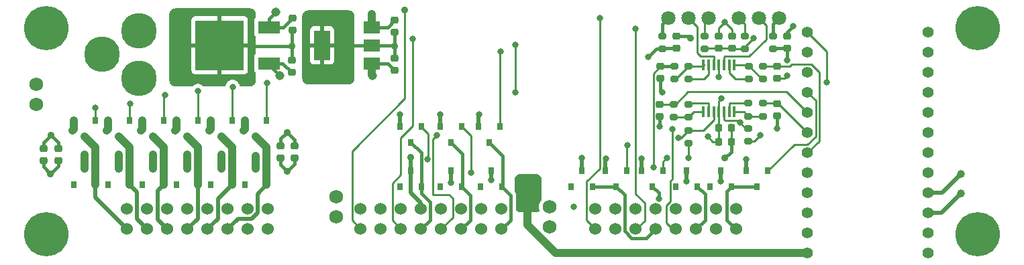
<source format=gbr>
%TF.GenerationSoftware,KiCad,Pcbnew,(6.0.10)*%
%TF.CreationDate,2023-01-12T16:12:03-05:00*%
%TF.ProjectId,power_mini_evolver,706f7765-725f-46d6-996e-695f65766f6c,rev?*%
%TF.SameCoordinates,Original*%
%TF.FileFunction,Copper,L1,Top*%
%TF.FilePolarity,Positive*%
%FSLAX46Y46*%
G04 Gerber Fmt 4.6, Leading zero omitted, Abs format (unit mm)*
G04 Created by KiCad (PCBNEW (6.0.10)) date 2023-01-12 16:12:03*
%MOMM*%
%LPD*%
G01*
G04 APERTURE LIST*
G04 Aperture macros list*
%AMRoundRect*
0 Rectangle with rounded corners*
0 $1 Rounding radius*
0 $2 $3 $4 $5 $6 $7 $8 $9 X,Y pos of 4 corners*
0 Add a 4 corners polygon primitive as box body*
4,1,4,$2,$3,$4,$5,$6,$7,$8,$9,$2,$3,0*
0 Add four circle primitives for the rounded corners*
1,1,$1+$1,$2,$3*
1,1,$1+$1,$4,$5*
1,1,$1+$1,$6,$7*
1,1,$1+$1,$8,$9*
0 Add four rect primitives between the rounded corners*
20,1,$1+$1,$2,$3,$4,$5,0*
20,1,$1+$1,$4,$5,$6,$7,0*
20,1,$1+$1,$6,$7,$8,$9,0*
20,1,$1+$1,$8,$9,$2,$3,0*%
G04 Aperture macros list end*
%TA.AperFunction,SMDPad,CuDef*%
%ADD10R,0.800000X0.900000*%
%TD*%
%TA.AperFunction,ComponentPad*%
%ADD11C,4.500000*%
%TD*%
%TA.AperFunction,ComponentPad*%
%ADD12C,1.000000*%
%TD*%
%TA.AperFunction,SMDPad,CuDef*%
%ADD13RoundRect,0.225000X-0.250000X0.225000X-0.250000X-0.225000X0.250000X-0.225000X0.250000X0.225000X0*%
%TD*%
%TA.AperFunction,SMDPad,CuDef*%
%ADD14RoundRect,0.225000X0.225000X0.250000X-0.225000X0.250000X-0.225000X-0.250000X0.225000X-0.250000X0*%
%TD*%
%TA.AperFunction,ComponentPad*%
%ADD15C,1.800000*%
%TD*%
%TA.AperFunction,SMDPad,CuDef*%
%ADD16RoundRect,0.200000X-0.275000X0.200000X-0.275000X-0.200000X0.275000X-0.200000X0.275000X0.200000X0*%
%TD*%
%TA.AperFunction,SMDPad,CuDef*%
%ADD17RoundRect,0.200000X0.275000X-0.200000X0.275000X0.200000X-0.275000X0.200000X-0.275000X-0.200000X0*%
%TD*%
%TA.AperFunction,ComponentPad*%
%ADD18C,5.600000*%
%TD*%
%TA.AperFunction,ComponentPad*%
%ADD19C,1.750000*%
%TD*%
%TA.AperFunction,SMDPad,CuDef*%
%ADD20R,2.800000X1.500000*%
%TD*%
%TA.AperFunction,SMDPad,CuDef*%
%ADD21R,6.100000X6.300000*%
%TD*%
%TA.AperFunction,ComponentPad*%
%ADD22C,1.397000*%
%TD*%
%TA.AperFunction,SMDPad,CuDef*%
%ADD23R,2.000000X1.500000*%
%TD*%
%TA.AperFunction,SMDPad,CuDef*%
%ADD24R,2.000000X3.800000*%
%TD*%
%TA.AperFunction,SMDPad,CuDef*%
%ADD25RoundRect,0.225000X0.250000X-0.225000X0.250000X0.225000X-0.250000X0.225000X-0.250000X-0.225000X0*%
%TD*%
%TA.AperFunction,SMDPad,CuDef*%
%ADD26RoundRect,0.225000X-0.225000X-0.250000X0.225000X-0.250000X0.225000X0.250000X-0.225000X0.250000X0*%
%TD*%
%TA.AperFunction,SMDPad,CuDef*%
%ADD27R,0.450000X1.450000*%
%TD*%
%TA.AperFunction,ComponentPad*%
%ADD28C,1.524000*%
%TD*%
%TA.AperFunction,ViaPad*%
%ADD29C,1.143000*%
%TD*%
%TA.AperFunction,ViaPad*%
%ADD30C,0.889000*%
%TD*%
%TA.AperFunction,ViaPad*%
%ADD31C,0.800000*%
%TD*%
%TA.AperFunction,Conductor*%
%ADD32C,1.016000*%
%TD*%
%TA.AperFunction,Conductor*%
%ADD33C,0.508000*%
%TD*%
%TA.AperFunction,Conductor*%
%ADD34C,0.381000*%
%TD*%
%TA.AperFunction,Conductor*%
%ADD35C,0.250000*%
%TD*%
G04 APERTURE END LIST*
D10*
%TO.P,D10,1,K*%
%TO.N,+12V*%
X110998000Y-100346000D03*
%TO.P,D10,2,A*%
%TO.N,/P-4*%
X112348000Y-102346000D03*
%TO.P,D10,3*%
%TO.N,N/C*%
X109648000Y-102346000D03*
%TD*%
%TO.P,D9,1,K*%
%TO.N,+5V*%
X134874000Y-100600000D03*
%TO.P,D9,2,A*%
%TO.N,/LED-0*%
X136224000Y-102600000D03*
%TO.P,D9,3*%
%TO.N,N/C*%
X133524000Y-102600000D03*
%TD*%
%TO.P,D8,1,K*%
%TO.N,+12V*%
X169672000Y-100600000D03*
%TO.P,D8,2,A*%
%TO.N,/HTR-1*%
X171022000Y-102600000D03*
%TO.P,D8,3*%
%TO.N,N/C*%
X168322000Y-102600000D03*
%TD*%
%TO.P,D7,1,K*%
%TO.N,+12V*%
X106680000Y-100346000D03*
%TO.P,D7,2,A*%
%TO.N,/P-3*%
X108030000Y-102346000D03*
%TO.P,D7,3*%
%TO.N,N/C*%
X105330000Y-102346000D03*
%TD*%
%TO.P,D6,1,K*%
%TO.N,+12V*%
X139954000Y-100600000D03*
%TO.P,D6,2,A*%
%TO.N,/HTR-0*%
X141304000Y-102600000D03*
%TO.P,D6,3*%
%TO.N,N/C*%
X138604000Y-102600000D03*
%TD*%
%TO.P,D4,1,K*%
%TO.N,+12V*%
X173990000Y-100600000D03*
%TO.P,D4,2,A*%
%TO.N,/FAN-1*%
X175340000Y-102600000D03*
%TO.P,D4,3*%
%TO.N,N/C*%
X172640000Y-102600000D03*
%TD*%
%TO.P,D3,1,K*%
%TO.N,+12V*%
X98044000Y-100346000D03*
%TO.P,D3,2,A*%
%TO.N,/P-1*%
X99394000Y-102346000D03*
%TO.P,D3,3*%
%TO.N,N/C*%
X96694000Y-102346000D03*
%TD*%
%TO.P,D2,1,K*%
%TO.N,+12V*%
X93726000Y-100346000D03*
%TO.P,D2,2,A*%
%TO.N,/P-0*%
X95076000Y-102346000D03*
%TO.P,D2,3*%
%TO.N,N/C*%
X92376000Y-102346000D03*
%TD*%
%TO.P,D1,1,K*%
%TO.N,+12V*%
X145034000Y-100600000D03*
%TO.P,D1,2,A*%
%TO.N,/FAN-0*%
X146384000Y-102600000D03*
%TO.P,D1,3*%
%TO.N,N/C*%
X143684000Y-102600000D03*
%TD*%
D11*
%TO.P,CON1,1*%
%TO.N,+12V*%
X100584000Y-88852000D03*
%TO.P,CON1,2*%
%TO.N,GND*%
X100584000Y-82852000D03*
%TO.P,CON1,3*%
X95884000Y-85852000D03*
%TD*%
D12*
%TO.P,C15,1*%
%TO.N,Net-(C15-Pad1)*%
X204292200Y-103459600D03*
%TO.P,C15,2*%
%TO.N,GND*%
X204292200Y-100959600D03*
%TD*%
D13*
%TO.P,C14,1*%
%TO.N,+5V*%
X119913400Y-81267000D03*
%TO.P,C14,2*%
%TO.N,GND*%
X119913400Y-82817000D03*
%TD*%
%TO.P,C7,1*%
%TO.N,/A3*%
X166370000Y-87363000D03*
%TO.P,C7,2*%
%TO.N,GND*%
X166370000Y-88913000D03*
%TD*%
%TO.P,C6,1*%
%TO.N,/A2*%
X181102000Y-87363000D03*
%TO.P,C6,2*%
%TO.N,GND*%
X181102000Y-88913000D03*
%TD*%
%TO.P,C5,1*%
%TO.N,+12V*%
X118414800Y-97396000D03*
%TO.P,C5,2*%
%TO.N,GND*%
X118414800Y-98946000D03*
%TD*%
%TO.P,C3,1*%
%TO.N,/A1*%
X181102000Y-92062000D03*
%TO.P,C3,2*%
%TO.N,GND*%
X181102000Y-93612000D03*
%TD*%
D14*
%TO.P,C1,1*%
%TO.N,GND*%
X175273000Y-96901000D03*
%TO.P,C1,2*%
%TO.N,+3V3*%
X173723000Y-96901000D03*
%TD*%
D10*
%TO.P,Q4,1,G*%
%TO.N,/13*%
X179912000Y-100600000D03*
%TO.P,Q4,2,S*%
%TO.N,GND*%
X177212000Y-100600000D03*
%TO.P,Q4,3,D*%
%TO.N,/FAN-1*%
X178562000Y-102600000D03*
%TD*%
D15*
%TO.P,JP1,1,A*%
%TO.N,/OD90-0*%
X181356000Y-81280000D03*
%TO.P,JP1,2,C*%
%TO.N,/OD-0*%
X178816000Y-81280000D03*
%TO.P,JP1,3,B*%
%TO.N,/OD135-0*%
X176276000Y-81280000D03*
%TD*%
D10*
%TO.P,D12,1,K*%
%TO.N,+12V*%
X115316000Y-100346000D03*
%TO.P,D12,2,A*%
%TO.N,/P-5*%
X116666000Y-102346000D03*
%TO.P,D12,3*%
%TO.N,N/C*%
X113966000Y-102346000D03*
%TD*%
%TO.P,Q3,1,G*%
%TO.N,/7*%
X99394000Y-94250000D03*
%TO.P,Q3,2,S*%
%TO.N,GND*%
X96694000Y-94250000D03*
%TO.P,Q3,3,D*%
%TO.N,/P-1*%
X98044000Y-96250000D03*
%TD*%
%TO.P,Q2,1,G*%
%TO.N,/6*%
X95076000Y-94250000D03*
%TO.P,Q2,2,S*%
%TO.N,GND*%
X92376000Y-94250000D03*
%TO.P,Q2,3,D*%
%TO.N,/P-0*%
X93726000Y-96250000D03*
%TD*%
%TO.P,Q1,1,G*%
%TO.N,/11*%
X146130000Y-95012000D03*
%TO.P,Q1,2,S*%
%TO.N,GND*%
X143430000Y-95012000D03*
%TO.P,Q1,3,D*%
%TO.N,/FAN-0*%
X144780000Y-97012000D03*
%TD*%
%TO.P,D11,1,K*%
%TO.N,+5V*%
X156464000Y-100600000D03*
%TO.P,D11,2,A*%
%TO.N,/LED-1*%
X157814000Y-102600000D03*
%TO.P,D11,3*%
%TO.N,N/C*%
X155114000Y-102600000D03*
%TD*%
%TO.P,Q6,1,G*%
%TO.N,/2*%
X141304000Y-95012000D03*
%TO.P,Q6,2,S*%
%TO.N,GND*%
X138604000Y-95012000D03*
%TO.P,Q6,3,D*%
%TO.N,/HTR-0*%
X139954000Y-97012000D03*
%TD*%
%TO.P,Q5,1,G*%
%TO.N,/8*%
X103712000Y-94250000D03*
%TO.P,Q5,2,S*%
%TO.N,GND*%
X101012000Y-94250000D03*
%TO.P,Q5,3,D*%
%TO.N,/P-2*%
X102362000Y-96250000D03*
%TD*%
D16*
%TO.P,R13,1*%
%TO.N,/A2*%
X179324000Y-87313000D03*
%TO.P,R13,2*%
%TO.N,Net-(R12-Pad1)*%
X179324000Y-88963000D03*
%TD*%
%TO.P,R10,1*%
%TO.N,/A1*%
X179324000Y-92012000D03*
%TO.P,R10,2*%
%TO.N,Net-(R10-Pad2)*%
X179324000Y-93662000D03*
%TD*%
%TO.P,R9,1*%
%TO.N,/A0*%
X168046400Y-92139000D03*
%TO.P,R9,2*%
%TO.N,Net-(R7-Pad1)*%
X168046400Y-93789000D03*
%TD*%
D17*
%TO.P,R6,1*%
%TO.N,+3V3*%
X166624000Y-85153000D03*
%TO.P,R6,2*%
%TO.N,/OD135-1*%
X166624000Y-83503000D03*
%TD*%
%TO.P,R5,1*%
%TO.N,+3V3*%
X177038000Y-85153000D03*
%TO.P,R5,2*%
%TO.N,/OD135-0*%
X177038000Y-83503000D03*
%TD*%
D16*
%TO.P,R4,1*%
%TO.N,/OD90-1*%
X171958000Y-83503000D03*
%TO.P,R4,2*%
%TO.N,+3V3*%
X171958000Y-85153000D03*
%TD*%
%TO.P,R2,1*%
%TO.N,/TS-1*%
X177419000Y-95187000D03*
%TO.P,R2,2*%
%TO.N,+3V3*%
X177419000Y-96837000D03*
%TD*%
%TO.P,R1,1*%
%TO.N,/TS-0*%
X169926000Y-95441000D03*
%TO.P,R1,2*%
%TO.N,+3V3*%
X169926000Y-97091000D03*
%TD*%
D10*
%TO.P,Q12,1,G*%
%TO.N,/12*%
X116666000Y-94250000D03*
%TO.P,Q12,2,S*%
%TO.N,GND*%
X113966000Y-94250000D03*
%TO.P,Q12,3,D*%
%TO.N,/P-5*%
X115316000Y-96250000D03*
%TD*%
%TO.P,Q9,1,G*%
%TO.N,/4*%
X136224000Y-95012000D03*
%TO.P,Q9,2,S*%
%TO.N,GND*%
X133524000Y-95012000D03*
%TO.P,Q9,3,D*%
%TO.N,/LED-0*%
X134874000Y-97012000D03*
%TD*%
%TO.P,Q7,1,G*%
%TO.N,/9*%
X108030000Y-94250000D03*
%TO.P,Q7,2,S*%
%TO.N,GND*%
X105330000Y-94250000D03*
%TO.P,Q7,3,D*%
%TO.N,/P-3*%
X106680000Y-96250000D03*
%TD*%
D18*
%TO.P,H1,1,1*%
%TO.N,unconnected-(H1-Pad1)*%
X88900000Y-108585000D03*
%TD*%
%TO.P,H2,1,1*%
%TO.N,unconnected-(H2-Pad1)*%
X88900000Y-82550000D03*
%TD*%
%TO.P,H4,1,1*%
%TO.N,unconnected-(H4-Pad1)*%
X206375000Y-108585000D03*
%TD*%
D19*
%TO.P,P6,1,P1*%
%TO.N,/SPB+1*%
X152400000Y-105156000D03*
%TO.P,P6,2,P2*%
%TO.N,/SPB-1*%
X152400000Y-107696000D03*
%TD*%
D18*
%TO.P,H3,1,1*%
%TO.N,unconnected-(H3-Pad1)*%
X206375000Y-82550000D03*
%TD*%
D20*
%TO.P,U4,1,VI*%
%TO.N,+12V*%
X116994000Y-86969600D03*
%TO.P,U4,2,VO*%
%TO.N,+5V*%
X116994000Y-82397600D03*
D21*
%TO.P,U4,3,GND*%
%TO.N,GND*%
X110744000Y-84683600D03*
%TD*%
D22*
%TO.P,P1,1,P1*%
%TO.N,unconnected-(P1-Pad1)*%
X200152000Y-110998000D03*
%TO.P,P1,2,P2*%
%TO.N,+5V*%
X184912000Y-110998000D03*
%TO.P,P1,3,P3*%
%TO.N,unconnected-(P1-Pad3)*%
X200152000Y-108458000D03*
%TO.P,P1,4,P4*%
%TO.N,GND*%
X184912000Y-108458000D03*
%TO.P,P1,5,P5*%
%TO.N,Net-(C15-Pad1)*%
X200152000Y-105918000D03*
%TO.P,P1,6,P6*%
%TO.N,unconnected-(P1-Pad6)*%
X184912000Y-105918000D03*
%TO.P,P1,7,P7*%
%TO.N,GND*%
X200152000Y-103378000D03*
%TO.P,P1,8,P8*%
%TO.N,unconnected-(P1-Pad8)*%
X184912000Y-103378000D03*
%TO.P,P1,9,P9*%
%TO.N,/2*%
X200152000Y-100838000D03*
%TO.P,P1,10,P10*%
%TO.N,/A3*%
X184912000Y-100838000D03*
%TO.P,P1,11,P11*%
%TO.N,/3*%
X200152000Y-98298000D03*
%TO.P,P1,12,P12*%
%TO.N,/A2*%
X184912000Y-98298000D03*
%TO.P,P1,13,P13*%
%TO.N,/4*%
X200152000Y-95758000D03*
%TO.P,P1,14,P14*%
%TO.N,/A1*%
X184912000Y-95758000D03*
%TO.P,P1,15,P15*%
%TO.N,/5*%
X200152000Y-93218000D03*
%TO.P,P1,16,P16*%
%TO.N,/A0*%
X184912000Y-93218000D03*
%TO.P,P1,17,P17*%
%TO.N,/6*%
X200152000Y-90678000D03*
%TO.P,P1,18,P18*%
%TO.N,/13*%
X184912000Y-90678000D03*
%TO.P,P1,19,P19*%
%TO.N,/7*%
X200152000Y-88138000D03*
%TO.P,P1,20,P20*%
%TO.N,/12*%
X184912000Y-88138000D03*
%TO.P,P1,21,P21*%
%TO.N,/8*%
X200152000Y-85598000D03*
%TO.P,P1,22,P22*%
%TO.N,/11*%
X184912000Y-85598000D03*
%TO.P,P1,23,P23*%
%TO.N,/9*%
X200152000Y-83058000D03*
%TO.P,P1,24,P24*%
%TO.N,/10*%
X184912000Y-83058000D03*
%TD*%
D23*
%TO.P,U3,1,VI*%
%TO.N,+5V*%
X129964600Y-87009000D03*
%TO.P,U3,2,GND*%
%TO.N,GND*%
X129964600Y-84709000D03*
D24*
X123664600Y-84709000D03*
D23*
%TO.P,U3,3,VO*%
%TO.N,+3V3*%
X129964600Y-82409000D03*
%TD*%
D13*
%TO.P,C13,1*%
%TO.N,+3V3*%
X132842000Y-81521000D03*
%TO.P,C13,2*%
%TO.N,GND*%
X132842000Y-83071000D03*
%TD*%
D25*
%TO.P,C11,1*%
%TO.N,+5V*%
X132842000Y-87897000D03*
%TO.P,C11,2*%
%TO.N,GND*%
X132842000Y-86347000D03*
%TD*%
%TO.P,C10,1*%
%TO.N,+12V*%
X119888000Y-88151000D03*
%TO.P,C10,2*%
%TO.N,GND*%
X119888000Y-86601000D03*
%TD*%
D17*
%TO.P,R7,1*%
%TO.N,Net-(R7-Pad1)*%
X169926000Y-93789000D03*
%TO.P,R7,2*%
%TO.N,Net-(R7-Pad2)*%
X169926000Y-92139000D03*
%TD*%
D16*
%TO.P,R3,1*%
%TO.N,/OD90-0*%
X180594000Y-83503000D03*
%TO.P,R3,2*%
%TO.N,+3V3*%
X180594000Y-85153000D03*
%TD*%
D13*
%TO.P,C8,1*%
%TO.N,+12V*%
X120150468Y-97396000D03*
%TO.P,C8,2*%
%TO.N,GND*%
X120150468Y-98946000D03*
%TD*%
D26*
%TO.P,C2,1*%
%TO.N,+3V3*%
X173723000Y-95123000D03*
%TO.P,C2,2*%
%TO.N,GND*%
X175273000Y-95123000D03*
%TD*%
D13*
%TO.P,C4,1*%
%TO.N,/A0*%
X166268400Y-92189000D03*
%TO.P,C4,2*%
%TO.N,GND*%
X166268400Y-93739000D03*
%TD*%
D16*
%TO.P,R14,1*%
%TO.N,/A3*%
X168148000Y-87313000D03*
%TO.P,R14,2*%
%TO.N,Net-(R11-Pad1)*%
X168148000Y-88963000D03*
%TD*%
%TO.P,R11,1*%
%TO.N,Net-(R11-Pad1)*%
X169926000Y-87313000D03*
%TO.P,R11,2*%
%TO.N,Net-(R11-Pad2)*%
X169926000Y-88963000D03*
%TD*%
%TO.P,R12,1*%
%TO.N,Net-(R12-Pad1)*%
X177546000Y-87313000D03*
%TO.P,R12,2*%
%TO.N,Net-(R12-Pad2)*%
X177546000Y-88963000D03*
%TD*%
D25*
%TO.P,C16,1*%
%TO.N,+3V3*%
X182372000Y-85103000D03*
%TO.P,C16,2*%
%TO.N,GND*%
X182372000Y-83553000D03*
%TD*%
%TO.P,C18,1*%
%TO.N,+3V3*%
X175387000Y-85103000D03*
%TO.P,C18,2*%
%TO.N,GND*%
X175387000Y-83553000D03*
%TD*%
D10*
%TO.P,D5,1,K*%
%TO.N,+12V*%
X102362000Y-100346000D03*
%TO.P,D5,2,A*%
%TO.N,/P-2*%
X103712000Y-102346000D03*
%TO.P,D5,3*%
%TO.N,N/C*%
X101012000Y-102346000D03*
%TD*%
%TO.P,Q11,1,G*%
%TO.N,/5*%
X162132000Y-100600000D03*
%TO.P,Q11,2,S*%
%TO.N,GND*%
X159432000Y-100600000D03*
%TO.P,Q11,3,D*%
%TO.N,/LED-1*%
X160782000Y-102600000D03*
%TD*%
%TO.P,Q8,1,G*%
%TO.N,/3*%
X166704000Y-100600000D03*
%TO.P,Q8,2,S*%
%TO.N,GND*%
X164004000Y-100600000D03*
%TO.P,Q8,3,D*%
%TO.N,/HTR-1*%
X165354000Y-102600000D03*
%TD*%
D19*
%TO.P,P5,1,P1*%
%TO.N,/SPB+0*%
X125476000Y-103886000D03*
%TO.P,P5,2,P2*%
%TO.N,/SPB-0*%
X125476000Y-106426000D03*
%TD*%
D15*
%TO.P,JP2,1,A*%
%TO.N,/OD90-1*%
X172466000Y-81280000D03*
%TO.P,JP2,2,C*%
%TO.N,/OD-1*%
X169926000Y-81280000D03*
%TO.P,JP2,3,B*%
%TO.N,/OD135-1*%
X167386000Y-81280000D03*
%TD*%
D25*
%TO.P,C19,1*%
%TO.N,+3V3*%
X168402000Y-85103000D03*
%TO.P,C19,2*%
%TO.N,GND*%
X168402000Y-83553000D03*
%TD*%
D10*
%TO.P,Q10,1,G*%
%TO.N,/10*%
X112348000Y-94250000D03*
%TO.P,Q10,2,S*%
%TO.N,GND*%
X109648000Y-94250000D03*
%TO.P,Q10,3,D*%
%TO.N,/P-4*%
X110998000Y-96250000D03*
%TD*%
D13*
%TO.P,C9,1*%
%TO.N,+12V*%
X88493600Y-97777000D03*
%TO.P,C9,2*%
%TO.N,GND*%
X88493600Y-99327000D03*
%TD*%
%TO.P,C12,1*%
%TO.N,+12V*%
X90424000Y-97777000D03*
%TO.P,C12,2*%
%TO.N,GND*%
X90424000Y-99327000D03*
%TD*%
D25*
%TO.P,C17,1*%
%TO.N,+3V3*%
X173736000Y-85103000D03*
%TO.P,C17,2*%
%TO.N,GND*%
X173736000Y-83553000D03*
%TD*%
D19*
%TO.P,P7,1,P1*%
%TO.N,+12V*%
X87579200Y-89611200D03*
%TO.P,P7,2,P2*%
%TO.N,GND*%
X87579200Y-92151200D03*
%TD*%
D27*
%TO.P,U1,1*%
%TO.N,Net-(R7-Pad1)*%
X171786000Y-93120000D03*
%TO.P,U1,2,-*%
%TO.N,Net-(R7-Pad2)*%
X172436000Y-93120000D03*
%TO.P,U1,3,+*%
%TO.N,/TS-0*%
X173086000Y-93120000D03*
%TO.P,U1,4,V+*%
%TO.N,+3V3*%
X173736000Y-93120000D03*
%TO.P,U1,5,+*%
%TO.N,/TS-1*%
X174386000Y-93120000D03*
%TO.P,U1,6,-*%
%TO.N,Net-(R8-Pad2)*%
X175036000Y-93120000D03*
%TO.P,U1,7*%
%TO.N,Net-(R10-Pad2)*%
X175686000Y-93120000D03*
%TO.P,U1,8*%
%TO.N,Net-(R12-Pad1)*%
X175686000Y-87220000D03*
%TO.P,U1,9,-*%
%TO.N,Net-(R12-Pad2)*%
X175036000Y-87220000D03*
%TO.P,U1,10,+*%
%TO.N,/OD-0*%
X174386000Y-87220000D03*
%TO.P,U1,11,V-*%
%TO.N,GND*%
X173736000Y-87220000D03*
%TO.P,U1,12,+*%
%TO.N,/OD-1*%
X173086000Y-87220000D03*
%TO.P,U1,13,-*%
%TO.N,Net-(R11-Pad2)*%
X172436000Y-87220000D03*
%TO.P,U1,14*%
%TO.N,Net-(R11-Pad1)*%
X171786000Y-87220000D03*
%TD*%
D17*
%TO.P,R8,1*%
%TO.N,Net-(R10-Pad2)*%
X177444400Y-93662000D03*
%TO.P,R8,2*%
%TO.N,Net-(R8-Pad2)*%
X177444400Y-92012000D03*
%TD*%
D28*
%TO.P,P2,1,P1*%
%TO.N,/FAN-0*%
X146304000Y-107950000D03*
%TO.P,P2,2,P2*%
%TO.N,+12V*%
X146304000Y-105410000D03*
%TO.P,P2,3,P3*%
%TO.N,unconnected-(P2-Pad3)*%
X143764000Y-107950000D03*
%TO.P,P2,4,P4*%
%TO.N,unconnected-(P2-Pad4)*%
X143764000Y-105410000D03*
%TO.P,P2,5,P5*%
%TO.N,/HTR-0*%
X141224000Y-107950000D03*
%TO.P,P2,6,P6*%
%TO.N,+12V*%
X141224000Y-105410000D03*
%TO.P,P2,7,P7*%
%TO.N,/TS-0*%
X138684000Y-107950000D03*
%TO.P,P2,8,P8*%
%TO.N,GND*%
X138684000Y-105410000D03*
%TO.P,P2,9,P9*%
%TO.N,/LED-0*%
X136144000Y-107950000D03*
%TO.P,P2,10,P10*%
%TO.N,+5V*%
X136144000Y-105410000D03*
%TO.P,P2,11,P11*%
%TO.N,/OD90-0*%
X133604000Y-107950000D03*
%TO.P,P2,12,P12*%
%TO.N,GND*%
X133604000Y-105410000D03*
%TO.P,P2,13,P13*%
%TO.N,/SPB-0*%
X131064000Y-107950000D03*
%TO.P,P2,14,P14*%
%TO.N,/SPB+0*%
X131064000Y-105410000D03*
%TO.P,P2,15,P15*%
%TO.N,/OD135-0*%
X128524000Y-107950000D03*
%TO.P,P2,16,P16*%
%TO.N,GND*%
X128524000Y-105410000D03*
%TD*%
%TO.P,P3,1,P1*%
%TO.N,/FAN-1*%
X175895000Y-107950000D03*
%TO.P,P3,2,P2*%
%TO.N,+12V*%
X175895000Y-105410000D03*
%TO.P,P3,3,P3*%
%TO.N,unconnected-(P3-Pad3)*%
X173355000Y-107950000D03*
%TO.P,P3,4,P4*%
%TO.N,unconnected-(P3-Pad4)*%
X173355000Y-105410000D03*
%TO.P,P3,5,P5*%
%TO.N,/HTR-1*%
X170815000Y-107950000D03*
%TO.P,P3,6,P6*%
%TO.N,+12V*%
X170815000Y-105410000D03*
%TO.P,P3,7,P7*%
%TO.N,/TS-1*%
X168275000Y-107950000D03*
%TO.P,P3,8,P8*%
%TO.N,GND*%
X168275000Y-105410000D03*
%TO.P,P3,9,P9*%
%TO.N,/LED-1*%
X165735000Y-107950000D03*
%TO.P,P3,10,P10*%
%TO.N,+5V*%
X165735000Y-105410000D03*
%TO.P,P3,11,P11*%
%TO.N,/OD90-1*%
X163195000Y-107950000D03*
%TO.P,P3,12,P12*%
%TO.N,GND*%
X163195000Y-105410000D03*
%TO.P,P3,13,P13*%
%TO.N,/SPB-1*%
X160655000Y-107950000D03*
%TO.P,P3,14,P14*%
%TO.N,/SPB+1*%
X160655000Y-105410000D03*
%TO.P,P3,15,P15*%
%TO.N,/OD135-1*%
X158115000Y-107950000D03*
%TO.P,P3,16,P16*%
%TO.N,GND*%
X158115000Y-105410000D03*
%TD*%
%TO.P,P4,1,P1*%
%TO.N,unconnected-(P4-Pad1)*%
X116840000Y-107950000D03*
%TO.P,P4,2,P2*%
%TO.N,unconnected-(P4-Pad2)*%
X116840000Y-105410000D03*
%TO.P,P4,3,P3*%
%TO.N,unconnected-(P4-Pad3)*%
X114300000Y-107950000D03*
%TO.P,P4,4,P4*%
%TO.N,unconnected-(P4-Pad4)*%
X114300000Y-105410000D03*
%TO.P,P4,5,P5*%
%TO.N,/P-5*%
X111760000Y-107950000D03*
%TO.P,P4,6,P6*%
%TO.N,+12V*%
X111760000Y-105410000D03*
%TO.P,P4,7,P7*%
%TO.N,/P-4*%
X109220000Y-107950000D03*
%TO.P,P4,8,P8*%
%TO.N,+12V*%
X109220000Y-105410000D03*
%TO.P,P4,9,P9*%
%TO.N,/P-3*%
X106680000Y-107950000D03*
%TO.P,P4,10,P10*%
%TO.N,+12V*%
X106680000Y-105410000D03*
%TO.P,P4,11,P11*%
%TO.N,/P-2*%
X104140000Y-107950000D03*
%TO.P,P4,12,P12*%
%TO.N,+12V*%
X104140000Y-105410000D03*
%TO.P,P4,13,P13*%
%TO.N,/P-1*%
X101600000Y-107950000D03*
%TO.P,P4,14,P14*%
%TO.N,+12V*%
X101600000Y-105410000D03*
%TO.P,P4,15,P15*%
%TO.N,/P-0*%
X99060000Y-107950000D03*
%TO.P,P4,16,P16*%
%TO.N,+12V*%
X99060000Y-105410000D03*
%TD*%
D29*
%TO.N,GND*%
X123698000Y-81280000D03*
D30*
X100838000Y-95504000D03*
D31*
X133502400Y-93472000D03*
D29*
X123698000Y-88392000D03*
D30*
X92202000Y-95504000D03*
X170180000Y-83820000D03*
X89408000Y-100939600D03*
D31*
X166243000Y-94996000D03*
X182372000Y-88519000D03*
D30*
X96520000Y-95504000D03*
D31*
X174498000Y-81788000D03*
D30*
X109474000Y-95504000D03*
X119888000Y-84836000D03*
X119227600Y-100634800D03*
D31*
X183134000Y-82296000D03*
D29*
X105664000Y-84836000D03*
D31*
X173736000Y-88696800D03*
D29*
X126746000Y-84836000D03*
D31*
X181102000Y-95250000D03*
X159461200Y-99009200D03*
X143459200Y-93472000D03*
X138582400Y-93472000D03*
X177190400Y-99110800D03*
D30*
X113792000Y-95504000D03*
D29*
X105664000Y-88900000D03*
X105664000Y-81026000D03*
D30*
X105156000Y-95504000D03*
D29*
X126746000Y-81280000D03*
D31*
X166624000Y-90633330D03*
D29*
X126746000Y-88392000D03*
D30*
X132842000Y-84836000D03*
X174447200Y-98976999D03*
D31*
X163982400Y-99009200D03*
%TO.N,+3V3*%
X172339000Y-96266000D03*
X178102717Y-83827692D03*
X182372000Y-86614000D03*
X178943000Y-96057001D03*
X164846000Y-86130899D03*
X129964200Y-80721200D03*
X174066200Y-91389200D03*
X169926000Y-98932499D03*
%TO.N,+12V*%
X110998000Y-98552000D03*
X139903200Y-102082600D03*
X115316000Y-98679000D03*
X145034000Y-101752400D03*
X169672000Y-101904800D03*
X106680000Y-98552000D03*
D30*
X89458800Y-96062800D03*
D31*
X93726000Y-98552000D03*
D29*
X118364000Y-88562800D03*
D31*
X102362000Y-98552000D03*
X98044000Y-98552000D03*
X173990000Y-101904800D03*
D30*
X119227600Y-95707200D03*
D31*
%TO.N,/A3*%
X165455600Y-100113000D03*
D29*
%TO.N,+5V*%
X117856000Y-80518000D03*
D30*
X134874000Y-98882200D03*
D29*
X149606000Y-101803200D03*
X149606000Y-104902000D03*
X130048000Y-88562800D03*
D31*
X156464000Y-98933000D03*
D29*
X149606000Y-103327200D03*
D31*
X155448000Y-105156000D03*
%TO.N,/HTR-1*%
X166126225Y-104105917D03*
D30*
%TO.N,/OD135-0*%
X134112000Y-80264000D03*
D31*
%TO.N,/OD90-0*%
X135077200Y-83845400D03*
%TO.N,/OD90-1*%
X163195000Y-82626200D03*
%TO.N,/OD135-1*%
X158750000Y-81280000D03*
%TO.N,/10*%
X187350400Y-89408000D03*
X112369600Y-89966800D03*
%TO.N,/11*%
X146202400Y-85445600D03*
%TO.N,/12*%
X116687600Y-89458800D03*
%TO.N,/2*%
X142417800Y-100838000D03*
%TO.N,/3*%
X167169000Y-98932999D03*
%TO.N,/4*%
X136943500Y-99148041D03*
%TO.N,/5*%
X162153600Y-97358200D03*
%TO.N,/6*%
X95046800Y-92608400D03*
%TO.N,/7*%
X99415600Y-92049600D03*
%TO.N,/8*%
X103835200Y-90982800D03*
%TO.N,/9*%
X148082000Y-84681899D03*
X108000800Y-90474800D03*
X148082000Y-90633330D03*
%TO.N,/TS-0*%
X168656000Y-96393000D03*
X138173519Y-96060726D03*
%TO.N,/TS-1*%
X176403000Y-94488000D03*
X167894000Y-95300800D03*
%TD*%
D32*
%TO.N,GND*%
X105330000Y-94250000D02*
X105330000Y-95330000D01*
D33*
X143430000Y-95012000D02*
X143430000Y-93501200D01*
X177212000Y-100600000D02*
X177212000Y-99132400D01*
D34*
X168402000Y-83553000D02*
X169913000Y-83553000D01*
X118414800Y-99822000D02*
X119227600Y-100634800D01*
X90424000Y-99327000D02*
X90424000Y-99923600D01*
X166370000Y-88913000D02*
X166370000Y-90379330D01*
X166370000Y-90379330D02*
X166624000Y-90633330D01*
X126873000Y-84709000D02*
X126746000Y-84836000D01*
X166268400Y-93739000D02*
X166268400Y-94970600D01*
X132715000Y-84709000D02*
X132842000Y-84836000D01*
X120150468Y-98946000D02*
X120150468Y-99711932D01*
D33*
X138604000Y-93493600D02*
X138582400Y-93472000D01*
D35*
X175387000Y-82677000D02*
X174498000Y-81788000D01*
D33*
X138604000Y-95012000D02*
X138604000Y-93493600D01*
D35*
X173736000Y-87220000D02*
X173736000Y-88696800D01*
D32*
X92376000Y-95330000D02*
X92202000Y-95504000D01*
D33*
X177212000Y-99132400D02*
X177190400Y-99110800D01*
X159432000Y-99038400D02*
X159461200Y-99009200D01*
X133524000Y-95012000D02*
X133524000Y-93493600D01*
X201873800Y-103378000D02*
X204292200Y-100959600D01*
D35*
X175273000Y-95123000D02*
X175273000Y-96901000D01*
D32*
X109648000Y-95330000D02*
X109474000Y-95504000D01*
X92376000Y-94250000D02*
X92376000Y-95330000D01*
D35*
X175387000Y-83553000D02*
X175387000Y-82677000D01*
D34*
X175273000Y-98151199D02*
X174447200Y-98976999D01*
X90424000Y-99923600D02*
X89408000Y-100939600D01*
D33*
X164004000Y-100600000D02*
X164004000Y-99030800D01*
D34*
X129964600Y-84709000D02*
X132715000Y-84709000D01*
X169913000Y-83553000D02*
X170180000Y-83820000D01*
D33*
X133524000Y-93493600D02*
X133502400Y-93472000D01*
D34*
X119888000Y-84836000D02*
X114808000Y-84836000D01*
X182372000Y-83058000D02*
X183134000Y-82296000D01*
X175273000Y-96901000D02*
X175273000Y-98151199D01*
D33*
X143430000Y-93501200D02*
X143459200Y-93472000D01*
D32*
X109648000Y-94250000D02*
X109648000Y-95330000D01*
D34*
X88493600Y-99327000D02*
X88493600Y-100025200D01*
X132842000Y-83071000D02*
X132842000Y-84836000D01*
X119888000Y-84836000D02*
X119888000Y-82842400D01*
X181102000Y-93612000D02*
X181102000Y-95250000D01*
D32*
X96694000Y-95330000D02*
X96520000Y-95504000D01*
D35*
X181978000Y-88913000D02*
X182372000Y-88519000D01*
D34*
X119888000Y-86601000D02*
X119888000Y-84836000D01*
D35*
X181102000Y-88913000D02*
X181978000Y-88913000D01*
D34*
X182372000Y-83553000D02*
X182372000Y-83058000D01*
X132842000Y-86347000D02*
X132842000Y-84836000D01*
D32*
X113966000Y-95330000D02*
X113792000Y-95504000D01*
D34*
X166268400Y-94970600D02*
X166243000Y-94996000D01*
X118414800Y-98946000D02*
X118414800Y-99822000D01*
D32*
X101012000Y-94250000D02*
X101012000Y-95330000D01*
D33*
X200152000Y-103378000D02*
X201873800Y-103378000D01*
D34*
X120150468Y-99711932D02*
X119227600Y-100634800D01*
D35*
X173736000Y-82550000D02*
X174498000Y-81788000D01*
D33*
X159432000Y-100600000D02*
X159432000Y-99038400D01*
D32*
X113966000Y-94250000D02*
X113966000Y-95330000D01*
D33*
X164004000Y-99030800D02*
X163982400Y-99009200D01*
D35*
X173736000Y-83553000D02*
X173736000Y-82550000D01*
D32*
X96694000Y-94250000D02*
X96694000Y-95330000D01*
D34*
X88493600Y-100025200D02*
X89408000Y-100939600D01*
X129964600Y-84709000D02*
X126873000Y-84709000D01*
D32*
X105330000Y-95330000D02*
X105156000Y-95504000D01*
X101012000Y-95330000D02*
X100838000Y-95504000D01*
D35*
%TO.N,+3V3*%
X175387000Y-85103000D02*
X173736000Y-85103000D01*
X177038000Y-84892409D02*
X178102717Y-83827692D01*
X173736000Y-91719400D02*
X174066200Y-91389200D01*
X177419000Y-96837000D02*
X178163001Y-96837000D01*
X177038000Y-85153000D02*
X175437000Y-85153000D01*
X173736000Y-85103000D02*
X172008000Y-85103000D01*
D34*
X131954000Y-82409000D02*
X132842000Y-81521000D01*
X182372000Y-85103000D02*
X180644000Y-85103000D01*
X177038000Y-85153000D02*
X177038000Y-84892409D01*
D35*
X172974000Y-96901000D02*
X172339000Y-96266000D01*
X169926000Y-97091000D02*
X169926000Y-98932499D01*
X173723000Y-95123000D02*
X173723000Y-96901000D01*
D34*
X168402000Y-85103000D02*
X166674000Y-85103000D01*
X129964600Y-82409000D02*
X131954000Y-82409000D01*
D35*
X173736000Y-93120000D02*
X173736000Y-91719400D01*
D32*
X129964600Y-80721600D02*
X129964200Y-80721200D01*
X129964600Y-82409000D02*
X129964600Y-80721600D01*
D34*
X165823899Y-85153000D02*
X164846000Y-86130899D01*
X182372000Y-85103000D02*
X182372000Y-86614000D01*
X166624000Y-85153000D02*
X165823899Y-85153000D01*
D35*
X173736000Y-93120000D02*
X173736000Y-95110000D01*
X178163001Y-96837000D02*
X178943000Y-96057001D01*
X172974000Y-96901000D02*
X173723000Y-96901000D01*
%TO.N,/A1*%
X179324000Y-92012000D02*
X181052000Y-92012000D01*
X184912000Y-95758000D02*
X181216000Y-92062000D01*
%TO.N,/A0*%
X182292700Y-90598700D02*
X169840700Y-90598700D01*
X168300400Y-92139000D02*
X169840700Y-90598700D01*
X184912000Y-93218000D02*
X182292700Y-90598700D01*
X166268400Y-92189000D02*
X167996400Y-92189000D01*
D32*
%TO.N,+12V*%
X98044000Y-100346000D02*
X98044000Y-98552000D01*
X106680000Y-100346000D02*
X106680000Y-98552000D01*
D33*
X139954000Y-100600000D02*
X139954000Y-102031800D01*
X145034000Y-100600000D02*
X145034000Y-101752400D01*
D32*
X102362000Y-100346000D02*
X102362000Y-98552000D01*
D34*
X118706600Y-86969600D02*
X119888000Y-88151000D01*
D33*
X173990000Y-100600000D02*
X173990000Y-101904800D01*
D34*
X116994000Y-86969600D02*
X118706600Y-86969600D01*
X88493600Y-97777000D02*
X88493600Y-97028000D01*
X120150468Y-97396000D02*
X120150468Y-96630068D01*
D33*
X139954000Y-102031800D02*
X139903200Y-102082600D01*
D34*
X118414800Y-96520000D02*
X119227600Y-95707200D01*
D32*
X115316000Y-100346000D02*
X115316000Y-98679000D01*
D34*
X90424000Y-97777000D02*
X90424000Y-97028000D01*
X118414800Y-97396000D02*
X118414800Y-96520000D01*
X90424000Y-97028000D02*
X89458800Y-96062800D01*
D32*
X93726000Y-100346000D02*
X93726000Y-98552000D01*
D34*
X120150468Y-96630068D02*
X119227600Y-95707200D01*
D32*
X110998000Y-100346000D02*
X110998000Y-98552000D01*
D34*
X116994000Y-87192800D02*
X118364000Y-88562800D01*
D33*
X169672000Y-100600000D02*
X169672000Y-101904800D01*
D34*
X88493600Y-97028000D02*
X89458800Y-96062800D01*
D35*
%TO.N,/A2*%
X184912000Y-98298000D02*
X186385511Y-96824489D01*
X182648305Y-87363000D02*
X181102000Y-87363000D01*
X186385511Y-88096729D02*
X186385511Y-96824489D01*
X185344782Y-87056000D02*
X186385511Y-88096729D01*
X182955305Y-87056000D02*
X182648305Y-87363000D01*
X185344782Y-87056000D02*
X182955305Y-87056000D01*
X179324000Y-87313000D02*
X181052000Y-87313000D01*
D34*
%TO.N,/A3*%
X168148000Y-87313000D02*
X166420000Y-87313000D01*
D35*
X165455600Y-100113000D02*
X165455600Y-88277400D01*
X165455600Y-88277400D02*
X166370000Y-87363000D01*
D34*
%TO.N,+5V*%
X116994000Y-82397600D02*
X118782800Y-82397600D01*
X131954000Y-87009000D02*
X132842000Y-87897000D01*
D33*
X134874000Y-103378000D02*
X136144000Y-104648000D01*
D34*
X129964600Y-87009000D02*
X131954000Y-87009000D01*
D32*
X153162000Y-110998000D02*
X149606000Y-107442000D01*
D34*
X116994000Y-82397600D02*
X116994000Y-81380000D01*
D32*
X129964600Y-88479400D02*
X130048000Y-88562800D01*
X149606000Y-107442000D02*
X149606000Y-104902000D01*
D33*
X134874000Y-100600000D02*
X134874000Y-98882200D01*
X134874000Y-100600000D02*
X134874000Y-103378000D01*
D32*
X184912000Y-110998000D02*
X153162000Y-110998000D01*
D33*
X156464000Y-100600000D02*
X156464000Y-98933000D01*
D34*
X118782800Y-82397600D02*
X119913400Y-81267000D01*
X116994000Y-81380000D02*
X117856000Y-80518000D01*
D32*
X129964600Y-87009000D02*
X129964600Y-88479400D01*
D33*
%TO.N,Net-(C15-Pad1)*%
X200152000Y-105918000D02*
X201833800Y-105918000D01*
X201833800Y-105918000D02*
X204292200Y-103459600D01*
D34*
%TO.N,/FAN-0*%
X147456500Y-106797500D02*
X146304000Y-107950000D01*
X147456500Y-103672500D02*
X147456500Y-106797500D01*
X146384000Y-102600000D02*
X147456500Y-103672500D01*
X146431000Y-98663000D02*
X146431000Y-102553000D01*
X144780000Y-97012000D02*
X146431000Y-98663000D01*
D32*
%TO.N,/P-0*%
X93726000Y-96250000D02*
X95076000Y-97600000D01*
D33*
X95076000Y-102346000D02*
X95076000Y-103966000D01*
D32*
X95076000Y-97600000D02*
X95076000Y-102346000D01*
D33*
X95076000Y-103966000D02*
X99060000Y-107950000D01*
D32*
%TO.N,/P-1*%
X99394000Y-97600000D02*
X99394000Y-102346000D01*
D33*
X100276000Y-103228000D02*
X100276000Y-106626000D01*
X100276000Y-106626000D02*
X101600000Y-107950000D01*
D32*
X98044000Y-96250000D02*
X99394000Y-97600000D01*
D33*
X99394000Y-102346000D02*
X100276000Y-103228000D01*
D34*
%TO.N,/FAN-1*%
X174742500Y-106797500D02*
X175895000Y-107950000D01*
X174742500Y-103197500D02*
X174742500Y-106797500D01*
X175340000Y-102600000D02*
X174742500Y-103197500D01*
X175340000Y-102600000D02*
X178562000Y-102600000D01*
D33*
%TO.N,/P-2*%
X102924000Y-103134000D02*
X102924000Y-106734000D01*
X103712000Y-102346000D02*
X102924000Y-103134000D01*
D32*
X102362000Y-96250000D02*
X103712000Y-97600000D01*
D33*
X102924000Y-106734000D02*
X104140000Y-107950000D01*
D32*
X103712000Y-97600000D02*
X103712000Y-102346000D01*
D34*
%TO.N,/HTR-0*%
X141351000Y-98409000D02*
X141351000Y-102553000D01*
X141304000Y-102600000D02*
X142376500Y-103672500D01*
X142376500Y-103672500D02*
X142376500Y-106797500D01*
X142376500Y-106797500D02*
X141224000Y-107950000D01*
X139954000Y-97012000D02*
X141351000Y-98409000D01*
D32*
%TO.N,/P-3*%
X106680000Y-96250000D02*
X108030000Y-97600000D01*
D33*
X108004000Y-102372000D02*
X108004000Y-106626000D01*
D32*
X108030000Y-97600000D02*
X108030000Y-102346000D01*
D33*
X108004000Y-106626000D02*
X106680000Y-107950000D01*
D34*
%TO.N,/HTR-1*%
X171022000Y-102600000D02*
X171967500Y-103545500D01*
X171967500Y-103545500D02*
X171967500Y-106797500D01*
X171967500Y-106797500D02*
X170815000Y-107950000D01*
X166126225Y-103372225D02*
X165354000Y-102600000D01*
X166126225Y-104105917D02*
X166126225Y-103372225D01*
%TO.N,/LED-0*%
X137296500Y-106797500D02*
X136144000Y-107950000D01*
X136224000Y-103431000D02*
X137296500Y-104503500D01*
X136153500Y-98291500D02*
X136153500Y-102435500D01*
X134874000Y-97012000D02*
X136153500Y-98291500D01*
X136224000Y-102600000D02*
X136224000Y-103431000D01*
X137296500Y-104503500D02*
X137296500Y-106797500D01*
D32*
%TO.N,/P-4*%
X112348000Y-97600000D02*
X112348000Y-102346000D01*
D33*
X112348000Y-102346000D02*
X110544000Y-104150000D01*
X110544000Y-106626000D02*
X109220000Y-107950000D01*
X110544000Y-104150000D02*
X110544000Y-106626000D01*
D32*
X110998000Y-96250000D02*
X112348000Y-97600000D01*
D34*
%TO.N,/LED-1*%
X157814000Y-102600000D02*
X160782000Y-102600000D01*
X164582500Y-109102500D02*
X165735000Y-107950000D01*
X161807500Y-103625500D02*
X161807500Y-108192382D01*
X161807500Y-108192382D02*
X162717618Y-109102500D01*
X160782000Y-102600000D02*
X161807500Y-103625500D01*
X162717618Y-109102500D02*
X164582500Y-109102500D01*
D32*
%TO.N,/P-5*%
X116666000Y-97600000D02*
X116666000Y-102346000D01*
D33*
X113084000Y-106626000D02*
X111760000Y-107950000D01*
X114803684Y-106626000D02*
X113084000Y-106626000D01*
X115516000Y-105913684D02*
X114803684Y-106626000D01*
X116666000Y-102346000D02*
X115516000Y-103496000D01*
X115516000Y-103496000D02*
X115516000Y-105913684D01*
D32*
X115316000Y-96250000D02*
X116666000Y-97600000D01*
D35*
%TO.N,/OD135-0*%
X134112000Y-91440000D02*
X127437000Y-98115000D01*
X177038000Y-83503000D02*
X177038000Y-82042000D01*
X127437000Y-106863000D02*
X128524000Y-107950000D01*
X177038000Y-82042000D02*
X176276000Y-81280000D01*
X134112000Y-91440000D02*
X134112000Y-80264000D01*
X127437000Y-98115000D02*
X127437000Y-106863000D01*
%TO.N,/OD-0*%
X178816000Y-81280000D02*
X179716000Y-82180000D01*
X179716000Y-83936000D02*
X177547500Y-86104500D01*
X179716000Y-82180000D02*
X179716000Y-83936000D01*
X177547500Y-86104500D02*
X174420500Y-86104500D01*
X174386000Y-86139000D02*
X174386000Y-87220000D01*
X174420500Y-86104500D02*
X174386000Y-86139000D01*
%TO.N,/OD90-0*%
X133604000Y-101092000D02*
X133604000Y-96367002D01*
X132517000Y-102179000D02*
X132517000Y-106863000D01*
X132517000Y-106863000D02*
X133604000Y-107950000D01*
X135077200Y-83845400D02*
X135077200Y-94893802D01*
X133604000Y-101092000D02*
X132517000Y-102179000D01*
D34*
X180594000Y-83503000D02*
X180594000Y-82042000D01*
D35*
X135077200Y-94893802D02*
X133604000Y-96367002D01*
D34*
X180594000Y-82042000D02*
X181356000Y-81280000D01*
D35*
%TO.N,/OD90-1*%
X164347500Y-106924500D02*
X163576000Y-107696000D01*
X164347500Y-104657500D02*
X164347500Y-106924500D01*
X163195000Y-103505000D02*
X163195000Y-82626200D01*
X171958000Y-83503000D02*
X171958000Y-81788000D01*
X163195000Y-103505000D02*
X164347500Y-104657500D01*
D34*
X171958000Y-81788000D02*
X172466000Y-81280000D01*
D35*
%TO.N,/OD-1*%
X173086000Y-87220000D02*
X173086000Y-86114000D01*
X173076500Y-86104500D02*
X171448500Y-86104500D01*
X171448500Y-86104500D02*
X171015000Y-85671000D01*
X171015000Y-82369000D02*
X169926000Y-81280000D01*
X171015000Y-85671000D02*
X171015000Y-82369000D01*
X173086000Y-86114000D02*
X173076500Y-86104500D01*
%TO.N,/OD135-1*%
X157028000Y-106863000D02*
X158115000Y-107950000D01*
X158706999Y-100271999D02*
X157028000Y-101950998D01*
D34*
X166624000Y-83503000D02*
X166624000Y-82042000D01*
D35*
X158706999Y-81323001D02*
X158706999Y-100271999D01*
X158750000Y-81280000D02*
X158706999Y-81323001D01*
D34*
X166624000Y-82042000D02*
X167386000Y-81280000D01*
D35*
X157028000Y-101950998D02*
X157028000Y-106863000D01*
%TO.N,/10*%
X112348000Y-89988400D02*
X112369600Y-89966800D01*
X112348000Y-94250000D02*
X112348000Y-89988400D01*
X187350400Y-85496400D02*
X184912000Y-83058000D01*
X187350400Y-89408000D02*
X187350400Y-85496400D01*
%TO.N,/11*%
X146130000Y-85518000D02*
X146202400Y-85445600D01*
X146130000Y-95012000D02*
X146130000Y-85518000D01*
%TO.N,/12*%
X116666000Y-89480400D02*
X116687600Y-89458800D01*
X116666000Y-94250000D02*
X116666000Y-89480400D01*
%TO.N,/13*%
X183237501Y-97274499D02*
X184910283Y-97274499D01*
X179912000Y-100600000D02*
X183237501Y-97274499D01*
X184910283Y-97274499D02*
X185935501Y-96249281D01*
X185935501Y-91701501D02*
X184912000Y-90678000D01*
X185935501Y-96249281D02*
X185935501Y-91701501D01*
%TO.N,/2*%
X141304000Y-95012000D02*
X142417800Y-96125800D01*
X142417800Y-96125800D02*
X142417800Y-100838000D01*
%TO.N,/3*%
X166704000Y-99397999D02*
X167169000Y-98932999D01*
X166704000Y-100600000D02*
X166704000Y-99397999D01*
%TO.N,/4*%
X136224000Y-95062000D02*
X137077631Y-95915631D01*
X137077631Y-95915631D02*
X137077631Y-99013910D01*
X137077631Y-99013910D02*
X136943500Y-99148041D01*
%TO.N,/5*%
X162132000Y-97379800D02*
X162153600Y-97358200D01*
X162132000Y-100600000D02*
X162132000Y-97379800D01*
%TO.N,/6*%
X95076000Y-92637600D02*
X95046800Y-92608400D01*
X95076000Y-94250000D02*
X95076000Y-92637600D01*
%TO.N,/7*%
X99394000Y-92071200D02*
X99415600Y-92049600D01*
X99394000Y-94250000D02*
X99394000Y-92071200D01*
%TO.N,/8*%
X103712000Y-94250000D02*
X103712000Y-91106000D01*
X103712000Y-91106000D02*
X103835200Y-90982800D01*
%TO.N,/9*%
X108030000Y-90504000D02*
X108000800Y-90474800D01*
X108030000Y-94250000D02*
X108030000Y-90504000D01*
X148082000Y-90633330D02*
X148082000Y-84681899D01*
%TO.N,/TS-0*%
X171740000Y-95441000D02*
X169926000Y-95441000D01*
X137668000Y-96566245D02*
X137668000Y-103632000D01*
X173086000Y-94095000D02*
X171740000Y-95441000D01*
X140137000Y-106497000D02*
X138684000Y-107950000D01*
X173086000Y-93120000D02*
X173086000Y-94095000D01*
X168656000Y-96393000D02*
X168974000Y-96393000D01*
X168974000Y-96393000D02*
X169926000Y-95441000D01*
X138173519Y-96060726D02*
X137668000Y-96566245D01*
X140137000Y-104069000D02*
X140137000Y-106497000D01*
X137668000Y-103632000D02*
X139700000Y-103632000D01*
X139700000Y-103632000D02*
X140137000Y-104069000D01*
%TO.N,/TS-1*%
X174386000Y-93120000D02*
X174386000Y-94095000D01*
X167596999Y-104458119D02*
X167122500Y-104932618D01*
X167894000Y-101592998D02*
X167894000Y-95300800D01*
X167122500Y-107178500D02*
X167640000Y-107696000D01*
X174386000Y-94095000D02*
X174525000Y-94234000D01*
X174525000Y-94234000D02*
X176149000Y-94234000D01*
X177102000Y-95187000D02*
X176403000Y-94488000D01*
X167122500Y-104932618D02*
X167122500Y-107178500D01*
X167596999Y-101889999D02*
X167596999Y-104458119D01*
X167596999Y-101889999D02*
X167894000Y-101592998D01*
X176149000Y-94234000D02*
X176403000Y-94488000D01*
%TO.N,Net-(R7-Pad2)*%
X172436000Y-93120000D02*
X172436000Y-92014000D01*
X172426500Y-92004500D02*
X170060500Y-92004500D01*
X172436000Y-92014000D02*
X172426500Y-92004500D01*
%TO.N,Net-(R7-Pad1)*%
X171786000Y-93120000D02*
X170595000Y-93120000D01*
X170595000Y-93120000D02*
X169926000Y-93789000D01*
X168046400Y-93789000D02*
X169926000Y-93789000D01*
%TO.N,Net-(R10-Pad2)*%
X175686000Y-93120000D02*
X176902400Y-93120000D01*
X179324000Y-93662000D02*
X177444400Y-93662000D01*
X176902400Y-93120000D02*
X177444400Y-93662000D01*
%TO.N,Net-(R8-Pad2)*%
X175036000Y-92014000D02*
X175036000Y-93120000D01*
X177436900Y-92004500D02*
X175045500Y-92004500D01*
X175045500Y-92004500D02*
X175036000Y-92014000D01*
%TO.N,Net-(R11-Pad1)*%
X169926000Y-87313000D02*
X171693000Y-87313000D01*
D34*
X171693000Y-87313000D02*
X171786000Y-87220000D01*
D35*
X168276000Y-88963000D02*
X169926000Y-87313000D01*
%TO.N,Net-(R11-Pad2)*%
X172436000Y-87220000D02*
X172436000Y-88326000D01*
X172436000Y-88326000D02*
X171799000Y-88963000D01*
X171799000Y-88963000D02*
X169926000Y-88963000D01*
%TO.N,Net-(R12-Pad1)*%
X179196000Y-88963000D02*
X177546000Y-87313000D01*
X175686000Y-87220000D02*
X177453000Y-87220000D01*
%TO.N,Net-(R12-Pad2)*%
X177546000Y-88963000D02*
X175831000Y-88963000D01*
X175831000Y-88963000D02*
X175036000Y-88168000D01*
X175036000Y-88168000D02*
X175036000Y-87220000D01*
%TD*%
%TA.AperFunction,Conductor*%
%TO.N,GND*%
G36*
X127007029Y-80264792D02*
G01*
X127155457Y-80281516D01*
X127182963Y-80287794D01*
X127317216Y-80334772D01*
X127342635Y-80347013D01*
X127463082Y-80422694D01*
X127485142Y-80440287D01*
X127585713Y-80540858D01*
X127603306Y-80562918D01*
X127678987Y-80683365D01*
X127691228Y-80708784D01*
X127738205Y-80843035D01*
X127744484Y-80870543D01*
X127761208Y-81018971D01*
X127762000Y-81033079D01*
X127762000Y-88892921D01*
X127761208Y-88907029D01*
X127744484Y-89055457D01*
X127738205Y-89082965D01*
X127691228Y-89217216D01*
X127678987Y-89242635D01*
X127603306Y-89363082D01*
X127585713Y-89385142D01*
X127485142Y-89485713D01*
X127463082Y-89503306D01*
X127342635Y-89578987D01*
X127317216Y-89591228D01*
X127182963Y-89638206D01*
X127155457Y-89644484D01*
X127007029Y-89661208D01*
X126992921Y-89662000D01*
X121927079Y-89662000D01*
X121912971Y-89661208D01*
X121764543Y-89644484D01*
X121737037Y-89638206D01*
X121602784Y-89591228D01*
X121577365Y-89578987D01*
X121456918Y-89503306D01*
X121434858Y-89485713D01*
X121334287Y-89385142D01*
X121316694Y-89363082D01*
X121241013Y-89242635D01*
X121228772Y-89217216D01*
X121181795Y-89082965D01*
X121175516Y-89055457D01*
X121158792Y-88907029D01*
X121158000Y-88892921D01*
X121158000Y-86653669D01*
X122156601Y-86653669D01*
X122156971Y-86660490D01*
X122162495Y-86711352D01*
X122166121Y-86726604D01*
X122211276Y-86847054D01*
X122219814Y-86862649D01*
X122296315Y-86964724D01*
X122308876Y-86977285D01*
X122410951Y-87053786D01*
X122426546Y-87062324D01*
X122546994Y-87107478D01*
X122562249Y-87111105D01*
X122613114Y-87116631D01*
X122619928Y-87117000D01*
X123392485Y-87117000D01*
X123407724Y-87112525D01*
X123408929Y-87111135D01*
X123410600Y-87103452D01*
X123410600Y-87098884D01*
X123918600Y-87098884D01*
X123923075Y-87114123D01*
X123924465Y-87115328D01*
X123932148Y-87116999D01*
X124709269Y-87116999D01*
X124716090Y-87116629D01*
X124766952Y-87111105D01*
X124782204Y-87107479D01*
X124902654Y-87062324D01*
X124918249Y-87053786D01*
X125020324Y-86977285D01*
X125032885Y-86964724D01*
X125109386Y-86862649D01*
X125117924Y-86847054D01*
X125163078Y-86726606D01*
X125166705Y-86711351D01*
X125172231Y-86660486D01*
X125172600Y-86653672D01*
X125172600Y-84981115D01*
X125168125Y-84965876D01*
X125166735Y-84964671D01*
X125159052Y-84963000D01*
X123936715Y-84963000D01*
X123921476Y-84967475D01*
X123920271Y-84968865D01*
X123918600Y-84976548D01*
X123918600Y-87098884D01*
X123410600Y-87098884D01*
X123410600Y-84981115D01*
X123406125Y-84965876D01*
X123404735Y-84964671D01*
X123397052Y-84963000D01*
X122174716Y-84963000D01*
X122159477Y-84967475D01*
X122158272Y-84968865D01*
X122156601Y-84976548D01*
X122156601Y-86653669D01*
X121158000Y-86653669D01*
X121158000Y-84436885D01*
X122156600Y-84436885D01*
X122161075Y-84452124D01*
X122162465Y-84453329D01*
X122170148Y-84455000D01*
X123392485Y-84455000D01*
X123407724Y-84450525D01*
X123408929Y-84449135D01*
X123410600Y-84441452D01*
X123410600Y-84436885D01*
X123918600Y-84436885D01*
X123923075Y-84452124D01*
X123924465Y-84453329D01*
X123932148Y-84455000D01*
X125154484Y-84455000D01*
X125169723Y-84450525D01*
X125170928Y-84449135D01*
X125172599Y-84441452D01*
X125172599Y-82764331D01*
X125172229Y-82757510D01*
X125166705Y-82706648D01*
X125163079Y-82691396D01*
X125117924Y-82570946D01*
X125109386Y-82555351D01*
X125032885Y-82453276D01*
X125020324Y-82440715D01*
X124918249Y-82364214D01*
X124902654Y-82355676D01*
X124782206Y-82310522D01*
X124766951Y-82306895D01*
X124716086Y-82301369D01*
X124709272Y-82301000D01*
X123936715Y-82301000D01*
X123921476Y-82305475D01*
X123920271Y-82306865D01*
X123918600Y-82314548D01*
X123918600Y-84436885D01*
X123410600Y-84436885D01*
X123410600Y-82319116D01*
X123406125Y-82303877D01*
X123404735Y-82302672D01*
X123397052Y-82301001D01*
X122619931Y-82301001D01*
X122613110Y-82301371D01*
X122562248Y-82306895D01*
X122546996Y-82310521D01*
X122426546Y-82355676D01*
X122410951Y-82364214D01*
X122308876Y-82440715D01*
X122296315Y-82453276D01*
X122219814Y-82555351D01*
X122211276Y-82570946D01*
X122166122Y-82691394D01*
X122162495Y-82706649D01*
X122156969Y-82757514D01*
X122156600Y-82764328D01*
X122156600Y-84436885D01*
X121158000Y-84436885D01*
X121158000Y-81033079D01*
X121158792Y-81018971D01*
X121175516Y-80870543D01*
X121181795Y-80843035D01*
X121228772Y-80708784D01*
X121241013Y-80683365D01*
X121316694Y-80562918D01*
X121334287Y-80540858D01*
X121434858Y-80440287D01*
X121456918Y-80422694D01*
X121577365Y-80347013D01*
X121602784Y-80334772D01*
X121737037Y-80287794D01*
X121764543Y-80281516D01*
X121912971Y-80264792D01*
X121927079Y-80264000D01*
X126992921Y-80264000D01*
X127007029Y-80264792D01*
G37*
%TD.AperFunction*%
%TD*%
%TA.AperFunction,Conductor*%
%TO.N,GND*%
G36*
X114561029Y-80010792D02*
G01*
X114709457Y-80027516D01*
X114736963Y-80033794D01*
X114871216Y-80080772D01*
X114896635Y-80093013D01*
X115017082Y-80168694D01*
X115039142Y-80186287D01*
X115139713Y-80286858D01*
X115157306Y-80308918D01*
X115232987Y-80429365D01*
X115245228Y-80454784D01*
X115292205Y-80589035D01*
X115298484Y-80616543D01*
X115315208Y-80764971D01*
X115316000Y-80779079D01*
X115316000Y-81157412D01*
X115295998Y-81225533D01*
X115265567Y-81258237D01*
X115230739Y-81284339D01*
X115143385Y-81400895D01*
X115092255Y-81537284D01*
X115085500Y-81599466D01*
X115085500Y-83195734D01*
X115092255Y-83257916D01*
X115143385Y-83394305D01*
X115230739Y-83510861D01*
X115265567Y-83536963D01*
X115308080Y-83593822D01*
X115316000Y-83637788D01*
X115316000Y-85729412D01*
X115295998Y-85797533D01*
X115265567Y-85830237D01*
X115230739Y-85856339D01*
X115143385Y-85972895D01*
X115092255Y-86109284D01*
X115085500Y-86171466D01*
X115085500Y-87767734D01*
X115092255Y-87829916D01*
X115143385Y-87966305D01*
X115230739Y-88082861D01*
X115265567Y-88108963D01*
X115308080Y-88165822D01*
X115316000Y-88209788D01*
X115316000Y-89146921D01*
X115315208Y-89161029D01*
X115298484Y-89309457D01*
X115292205Y-89336965D01*
X115245228Y-89471216D01*
X115232987Y-89496635D01*
X115157306Y-89617082D01*
X115139713Y-89639142D01*
X115039142Y-89739713D01*
X115017082Y-89757306D01*
X114896635Y-89832987D01*
X114871216Y-89845228D01*
X114736963Y-89892206D01*
X114709457Y-89898484D01*
X114561029Y-89915208D01*
X114546921Y-89916000D01*
X113391216Y-89916000D01*
X113323095Y-89895998D01*
X113276602Y-89842342D01*
X113265906Y-89803170D01*
X113263832Y-89783437D01*
X113263142Y-89776872D01*
X113232863Y-89683682D01*
X113206169Y-89601529D01*
X113204127Y-89595244D01*
X113108640Y-89429856D01*
X113000233Y-89309457D01*
X112985275Y-89292845D01*
X112985274Y-89292844D01*
X112980853Y-89287934D01*
X112826352Y-89175682D01*
X112820324Y-89172998D01*
X112820322Y-89172997D01*
X112657919Y-89100691D01*
X112657918Y-89100691D01*
X112651888Y-89098006D01*
X112558487Y-89078153D01*
X112471544Y-89059672D01*
X112471539Y-89059672D01*
X112465087Y-89058300D01*
X112274113Y-89058300D01*
X112267661Y-89059672D01*
X112267656Y-89059672D01*
X112180713Y-89078153D01*
X112087312Y-89098006D01*
X112081282Y-89100691D01*
X112081281Y-89100691D01*
X111918878Y-89172997D01*
X111918876Y-89172998D01*
X111912848Y-89175682D01*
X111758347Y-89287934D01*
X111753926Y-89292844D01*
X111753925Y-89292845D01*
X111738968Y-89309457D01*
X111630560Y-89429856D01*
X111535073Y-89595244D01*
X111533031Y-89601529D01*
X111506338Y-89683682D01*
X111476058Y-89776872D01*
X111475368Y-89783437D01*
X111473294Y-89803170D01*
X111446281Y-89868827D01*
X111388060Y-89909457D01*
X111347984Y-89916000D01*
X108776259Y-89916000D01*
X108708138Y-89895998D01*
X108682623Y-89874310D01*
X108616475Y-89800845D01*
X108616474Y-89800844D01*
X108612053Y-89795934D01*
X108457552Y-89683682D01*
X108451524Y-89680998D01*
X108451522Y-89680997D01*
X108289119Y-89608691D01*
X108289118Y-89608691D01*
X108283088Y-89606006D01*
X108189687Y-89586153D01*
X108102744Y-89567672D01*
X108102739Y-89567672D01*
X108096287Y-89566300D01*
X107905313Y-89566300D01*
X107898861Y-89567672D01*
X107898856Y-89567672D01*
X107811913Y-89586153D01*
X107718512Y-89606006D01*
X107712482Y-89608691D01*
X107712481Y-89608691D01*
X107550078Y-89680997D01*
X107550076Y-89680998D01*
X107544048Y-89683682D01*
X107389547Y-89795934D01*
X107385126Y-89800844D01*
X107385125Y-89800845D01*
X107318977Y-89874310D01*
X107258531Y-89911550D01*
X107225341Y-89916000D01*
X105163079Y-89916000D01*
X105148971Y-89915208D01*
X105000543Y-89898484D01*
X104973037Y-89892206D01*
X104838784Y-89845228D01*
X104813365Y-89832987D01*
X104692918Y-89757306D01*
X104670858Y-89739713D01*
X104570287Y-89639142D01*
X104552694Y-89617082D01*
X104477013Y-89496635D01*
X104464772Y-89471216D01*
X104417795Y-89336965D01*
X104411516Y-89309457D01*
X104394792Y-89161029D01*
X104394000Y-89146921D01*
X104394000Y-87878269D01*
X107186001Y-87878269D01*
X107186371Y-87885090D01*
X107191895Y-87935952D01*
X107195521Y-87951204D01*
X107240676Y-88071654D01*
X107249214Y-88087249D01*
X107325715Y-88189324D01*
X107338276Y-88201885D01*
X107440351Y-88278386D01*
X107455946Y-88286924D01*
X107576394Y-88332078D01*
X107591649Y-88335705D01*
X107642514Y-88341231D01*
X107649328Y-88341600D01*
X110471885Y-88341600D01*
X110487124Y-88337125D01*
X110488329Y-88335735D01*
X110490000Y-88328052D01*
X110490000Y-88323484D01*
X110998000Y-88323484D01*
X111002475Y-88338723D01*
X111003865Y-88339928D01*
X111011548Y-88341599D01*
X113838669Y-88341599D01*
X113845490Y-88341229D01*
X113896352Y-88335705D01*
X113911604Y-88332079D01*
X114032054Y-88286924D01*
X114047649Y-88278386D01*
X114149724Y-88201885D01*
X114162285Y-88189324D01*
X114238786Y-88087249D01*
X114247324Y-88071654D01*
X114292478Y-87951206D01*
X114296105Y-87935951D01*
X114301631Y-87885086D01*
X114302000Y-87878272D01*
X114302000Y-84955715D01*
X114297525Y-84940476D01*
X114296135Y-84939271D01*
X114288452Y-84937600D01*
X111016115Y-84937600D01*
X111000876Y-84942075D01*
X110999671Y-84943465D01*
X110998000Y-84951148D01*
X110998000Y-88323484D01*
X110490000Y-88323484D01*
X110490000Y-84955715D01*
X110485525Y-84940476D01*
X110484135Y-84939271D01*
X110476452Y-84937600D01*
X107204116Y-84937600D01*
X107188877Y-84942075D01*
X107187672Y-84943465D01*
X107186001Y-84951148D01*
X107186001Y-87878269D01*
X104394000Y-87878269D01*
X104394000Y-84411485D01*
X107186000Y-84411485D01*
X107190475Y-84426724D01*
X107191865Y-84427929D01*
X107199548Y-84429600D01*
X110471885Y-84429600D01*
X110487124Y-84425125D01*
X110488329Y-84423735D01*
X110490000Y-84416052D01*
X110490000Y-84411485D01*
X110998000Y-84411485D01*
X111002475Y-84426724D01*
X111003865Y-84427929D01*
X111011548Y-84429600D01*
X114283884Y-84429600D01*
X114299123Y-84425125D01*
X114300328Y-84423735D01*
X114301999Y-84416052D01*
X114301999Y-81488931D01*
X114301629Y-81482110D01*
X114296105Y-81431248D01*
X114292479Y-81415996D01*
X114247324Y-81295546D01*
X114238786Y-81279951D01*
X114162285Y-81177876D01*
X114149724Y-81165315D01*
X114047649Y-81088814D01*
X114032054Y-81080276D01*
X113911606Y-81035122D01*
X113896351Y-81031495D01*
X113845486Y-81025969D01*
X113838672Y-81025600D01*
X111016115Y-81025600D01*
X111000876Y-81030075D01*
X110999671Y-81031465D01*
X110998000Y-81039148D01*
X110998000Y-84411485D01*
X110490000Y-84411485D01*
X110490000Y-81043716D01*
X110485525Y-81028477D01*
X110484135Y-81027272D01*
X110476452Y-81025601D01*
X107649331Y-81025601D01*
X107642510Y-81025971D01*
X107591648Y-81031495D01*
X107576396Y-81035121D01*
X107455946Y-81080276D01*
X107440351Y-81088814D01*
X107338276Y-81165315D01*
X107325715Y-81177876D01*
X107249214Y-81279951D01*
X107240676Y-81295546D01*
X107195522Y-81415994D01*
X107191895Y-81431249D01*
X107186369Y-81482114D01*
X107186000Y-81488928D01*
X107186000Y-84411485D01*
X104394000Y-84411485D01*
X104394000Y-80779079D01*
X104394792Y-80764971D01*
X104411516Y-80616543D01*
X104417795Y-80589035D01*
X104464772Y-80454784D01*
X104477013Y-80429365D01*
X104552694Y-80308918D01*
X104570287Y-80286858D01*
X104670858Y-80186287D01*
X104692918Y-80168694D01*
X104813365Y-80093013D01*
X104838784Y-80080772D01*
X104973037Y-80033794D01*
X105000543Y-80027516D01*
X105148971Y-80010792D01*
X105163079Y-80010000D01*
X114546921Y-80010000D01*
X114561029Y-80010792D01*
G37*
%TD.AperFunction*%
%TD*%
%TA.AperFunction,Conductor*%
%TO.N,+5V*%
G36*
X150629029Y-100991192D02*
G01*
X150777457Y-101007916D01*
X150804963Y-101014194D01*
X150939216Y-101061172D01*
X150964635Y-101073413D01*
X151085082Y-101149094D01*
X151107142Y-101166687D01*
X151207713Y-101267258D01*
X151225306Y-101289318D01*
X151300987Y-101409765D01*
X151313228Y-101435184D01*
X151360205Y-101569435D01*
X151366484Y-101596943D01*
X151383208Y-101745371D01*
X151384000Y-101759479D01*
X151384000Y-104166041D01*
X151363998Y-104234162D01*
X151349095Y-104253091D01*
X151321133Y-104282351D01*
X151192931Y-104470289D01*
X151190758Y-104474971D01*
X151190756Y-104474974D01*
X151179147Y-104499985D01*
X151097145Y-104676643D01*
X151036348Y-104895869D01*
X151012172Y-105122082D01*
X151012469Y-105127234D01*
X151012469Y-105127238D01*
X151018038Y-105223815D01*
X151025268Y-105349206D01*
X151026407Y-105354259D01*
X151026407Y-105354261D01*
X151073989Y-105565401D01*
X151069453Y-105636252D01*
X151027331Y-105693403D01*
X151018107Y-105699789D01*
X150964635Y-105733387D01*
X150939216Y-105745628D01*
X150804963Y-105792606D01*
X150777457Y-105798884D01*
X150629029Y-105815608D01*
X150614921Y-105816400D01*
X148698679Y-105816400D01*
X148684571Y-105815608D01*
X148536143Y-105798884D01*
X148508637Y-105792606D01*
X148374384Y-105745628D01*
X148348965Y-105733387D01*
X148228518Y-105657706D01*
X148206458Y-105640113D01*
X148192405Y-105626060D01*
X148158379Y-105563748D01*
X148155500Y-105536965D01*
X148155500Y-103701099D01*
X148155792Y-103692529D01*
X148159154Y-103643223D01*
X148159154Y-103643219D01*
X148159670Y-103635648D01*
X148158365Y-103628172D01*
X148158365Y-103628168D01*
X148148837Y-103573576D01*
X148147874Y-103567051D01*
X148141222Y-103512082D01*
X148141221Y-103512080D01*
X148140309Y-103504540D01*
X148137625Y-103497438D01*
X148136781Y-103494000D01*
X148132917Y-103479877D01*
X148131887Y-103476466D01*
X148130581Y-103468983D01*
X148105261Y-103411302D01*
X148102770Y-103405196D01*
X148083191Y-103353383D01*
X148083190Y-103353382D01*
X148080506Y-103346278D01*
X148076207Y-103340023D01*
X148074565Y-103336882D01*
X148067467Y-103324128D01*
X148065630Y-103321022D01*
X148062577Y-103314067D01*
X148057952Y-103308040D01*
X148057950Y-103308036D01*
X148024235Y-103264098D01*
X148020371Y-103258780D01*
X147984679Y-103206848D01*
X147971780Y-103195355D01*
X147934225Y-103135105D01*
X147929600Y-103101280D01*
X147929600Y-101759479D01*
X147930392Y-101745371D01*
X147947116Y-101596943D01*
X147953395Y-101569435D01*
X148000372Y-101435184D01*
X148012613Y-101409765D01*
X148088294Y-101289318D01*
X148105887Y-101267258D01*
X148206458Y-101166687D01*
X148228518Y-101149094D01*
X148348965Y-101073413D01*
X148374384Y-101061172D01*
X148508637Y-101014194D01*
X148536143Y-101007916D01*
X148684571Y-100991192D01*
X148698679Y-100990400D01*
X150614921Y-100990400D01*
X150629029Y-100991192D01*
G37*
%TD.AperFunction*%
%TD*%
M02*

</source>
